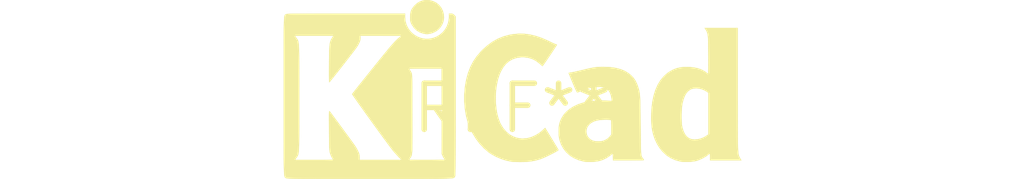
<source format=kicad_pcb>
(kicad_pcb (version 20240108) (generator pcbnew)
  (layers (0 "F.Cu" signal) (31 "B.Cu" signal) (34 "B.Paste" user) (35 "F.Paste" user) (36 "B.SilkS" user "B.Silkscreen") (37 "F.SilkS" user "F.Silkscreen") (38 "B.Mask" user) (39 "F.Mask" user) (44 "Edge.Cuts" user))
  (net 0 "")
  (footprint "KiCad-Logo_5mm_SilkScreen" (layer "F.Cu") (at 0 0)
    (property "Reference" "REF**")
    (property "Value" "KiCad-Logo_5mm_SilkScreen")
    (fp_poly (pts (xy -2.273043 -2.973429) (xy -2.176768 -2.949191) (xy -2.090184 -2.906359) (xy -2.015373 -2.846581) (xy -1.954418 -2.771506) (xy -1.909399 -2.68278) (xy -1.883136 -2.58647) (xy -1.877286 -2.489205) (xy -1.89214 -2.395346) (xy -1.92584 -2.307489) (xy -1.976528 -2.22823) (xy -2.042345 -2.160164) (xy -2.121434 -2.105888) (xy -2.211934 -2.067998) (xy -2.2632 -2.055574) (xy -2.307698 -2.048053) (xy -2.341999 -2.045081) (xy -2.37496 -2.046906) (xy -2.415434 -2.053775) (xy -2.448531 -2.06075) (xy -2.541947 -2.092259) (xy -2.625619 -2.143383) (xy -2.697665 -2.212571) (xy -2.7562 -2.298272) (xy -2.770148 -2.325511) (xy -2.786586 -2.361878) (xy -2.796894 -2.392418) (xy -2.80246 -2.42455) (xy -2.804669 -2.465693) (xy -2.804948 -2.511778) (xy -2.800861 -2.596135) (xy -2.787446 -2.665414) (xy -2.762256 -2.726039) (xy -2.722846 -2.784433) (xy -2.684298 -2.828698) (xy -2.612406 -2.894516) (xy -2.537313 -2.939947) (xy -2.454562 -2.96715) (xy -2.376928 -2.977424) (xy -2.273043 -2.973429)) (layer "F.SilkS") (stroke (width 0.01)) (fill solid))
    (fp_poly (pts (xy 0.328429 -2.050929) (xy 0.48857 -2.029755) (xy 0.65251 -1.989615) (xy 0.822313 -1.930111) (xy 1.000043 -1.850846) (xy 1.01131 -1.845301) (xy 1.069005 -1.817275) (xy 1.120552 -1.793198) (xy 1.162191 -1.774751) (xy 1.190162 -1.763614) (xy 1.199733 -1.761067) (xy 1.21895 -1.756059) (xy 1.223561 -1.751853) (xy 1.218458 -1.74142) (xy 1.202418 -1.715132) (xy 1.177288 -1.675743) (xy 1.144914 -1.626009) (xy 1.107143 -1.568685) (xy 1.065822 -1.506524) (xy 1.022798 -1.442282) (xy 0.979917 -1.378715) (xy 0.939026 -1.318575) (xy 0.901971 -1.26462) (xy 0.8706 -1.219603) (xy 0.846759 -1.186279) (xy 0.832294 -1.167403) (xy 0.830309 -1.165213) (xy 0.820191 -1.169862) (xy 0.79785 -1.187038) (xy 0.76728 -1.21356) (xy 0.751536 -1.228036) (xy 0.655047 -1.303318) (xy 0.548336 -1.358759) (xy 0.432832 -1.393859) (xy 0.309962 -1.40812) (xy 0.240561 -1.406949) (xy 0.119423 -1.389788) (xy 0.010205 -1.353906) (xy -0.087418 -1.299041) (xy -0.173772 -1.22493) (xy -0.249185 -1.131312) (xy -0.313982 -1.017924) (xy -0.351399 -0.931333) (xy -0.395252 -0.795634) (xy -0.427572 -0.64815) (xy -0.448443 -0.492686) (xy -0.457949 -0.333044) (xy -0.456173 -0.173027) (xy -0.443197 -0.016439) (xy -0.419106 0.132918) (xy -0.383982 0.27124) (xy -0.337908 0.394724) (xy -0.321627 0.428978) (xy -0.25338 0.543064) (xy -0.172921 0.639557) (xy -0.08143 0.71767) (xy 0.019911 0.776617) (xy 0.12992 0.815612) (xy 0.247415 0.833868) (xy 0.288883 0.835211) (xy 0.410441 0.82429) (xy 0.530878 0.791474) (xy 0.648666 0.737439) (xy 0.762277 0.662865) (xy 0.853685 0.584539) (xy 0.900215 0.540008) (xy 1.081483 0.837271) (xy 1.12658 0.911433) (xy 1.167819 0.979646) (xy 1.203735 1.039459) (xy 1.232866 1.08842) (xy 1.25375 1.124079) (xy 1.264924 1.143984) (xy 1.266375 1.147079) (xy 1.258146 1.156718) (xy 1.232567 1.173999) (xy 1.192873 1.197283) (xy 1.142297 1.224934) (xy 1.084074 1.255315) (xy 1.021437 1.28679) (xy 0.957621 1.317722) (xy 0.89586 1.346473) (xy 0.839388 1.371408) (xy 0.791438 1.390889) (xy 0.767986 1.399318) (xy 0.634221 1.437133) (xy 0.496327 1.462136) (xy 0.348622 1.47514) (xy 0.221833 1.477468) (xy 0.153878 1.476373) (xy 0.088277 1.474275) (xy 0.030847 1.471434) (xy -0.012597 1.468106) (xy -0.026702 1.466422) (xy -0.165716 1.437587) (xy -0.307243 1.392468) (xy -0.444725 1.33375) (xy -0.571606 1.26412) (xy -0.649111 1.211441) (xy -0.776519 1.103239) (xy -0.894822 0.976671) (xy -1.001828 0.834866) (xy -1.095348 0.680951) (xy -1.17319 0.518053) (xy -1.217044 0.400756) (xy -1.267292 0.217128) (xy -1.300791 0.022581) (xy -1.317551 -0.178675) (xy -1.317584 -0.382432) (xy -1.300899 -0.584479) (xy -1.267507 -0.780608) (xy -1.21742 -0.966609) (xy -1.213603 -0.978197) (xy -1.150719 -1.14025) (xy -1.073972 -1.288168) (xy -0.980758 -1.426135) (xy -0.868473 -1.558339) (xy -0.824608 -1.603601) (xy -0.688466 -1.727543) (xy -0.548509 -1.830085) (xy -0.402589 -1.912344) (xy -0.248558 -1.975436) (xy -0.084268 -2.020477) (xy 0.011289 -2.037967) (xy 0.170023 -2.053534) (xy 0.328429 -2.050929)) (layer "F.SilkS") (stroke (width 0.01)) (fill solid))
    (fp_poly (pts (xy 6.186507 -0.527755) (xy 6.186526 -0.293338) (xy 6.186552 -0.080397) (xy 6.186625 0.112168) (xy 6.186782 0.285459) (xy 6.187064 0.440576) (xy 6.187509 0.57862) (xy 6.188156 0.700692) (xy 6.189045 0.807894) (xy 6.190213 0.901326) (xy 6.191701 0.98209) (xy 6.193546 1.051286) (xy 6.195789 1.110015) (xy 6.198469 1.159379) (xy 6.201623 1.200478) (xy 6.205292 1.234413) (xy 6.209513 1.262286) (xy 6.214327 1.285198) (xy 6.219773 1.304249) (xy 6.225888 1.32054) (xy 6.232712 1.335173) (xy 6.240285 1.349249) (xy 6.248645 1.363868) (xy 6.253839 1.372974) (xy 6.288104 1.433689) (xy 5.429955 1.433689) (xy 5.429955 1.337733) (xy 5.429224 1.29437) (xy 5.427272 1.261205) (xy 5.424463 1.243424) (xy 5.423221 1.241778) (xy 5.411799 1.248662) (xy 5.389084 1.266505) (xy 5.366385 1.285879) (xy 5.3118 1.326614) (xy 5.242321 1.367617) (xy 5.16527 1.405123) (xy 5.087965 1.435364) (xy 5.057113 1.445012) (xy 4.988616 1.459578) (xy 4.905764 1.469539) (xy 4.816371 1.474583) (xy 4.728248 1.474396) (xy 4.649207 1.468666) (xy 4.611511 1.462858) (xy 4.473414 1.424797) (xy 4.346113 1.367073) (xy 4.230292 1.290211) (xy 4.126637 1.194739) (xy 4.035833 1.081179) (xy 3.969031 0.970381) (xy 3.914164 0.853625) (xy 3.872163 0.734276) (xy 3.842167 0.608283) (xy 3.823311 0.471594) (xy 3.814732 0.320158) (xy 3.814006 0.242711) (xy 3.8161 0.185934) (xy 4.645217 0.185934) (xy 4.645424 0.279002) (xy 4.648337 0.366692) (xy 4.654 0.443772) (xy 4.662455 0.505009) (xy 4.665038 0.51735) (xy 4.69684 0.624633) (xy 4.738498 0.711658) (xy 4.790363 0.778642) (xy 4.852781 0.825805) (xy 4.9261 0.853365) (xy 5.010669 0.861541) (xy 5.106835 0.850551) (xy 5.170311 0.834829) (xy 5.219454 0.816639) (xy 5.273583 0.790791) (xy 5.314244 0.767089) (xy 5.3848 0.720721) (xy 5.3848 -0.42947) (xy 5.317392 -0.473038) (xy 5.238867 -0.51396) (xy 5.154681 -0.540611) (xy 5.069557 -0.552535) (xy 4.988216 -0.549278) (xy 4.91538 -0.530385) (xy 4.883426 -0.514816) (xy 4.825501 -0.471819) (xy 4.776544 -0.415047) (xy 4.73539 -0.342425) (xy 4.700874 -0.251879) (xy 4.671833 -0.141334) (xy 4.670552 -0.135467) (xy 4.660381 -0.073212) (xy 4.652739 0.004594) (xy 4.64767 0.09272) (xy 4.645217 0.185934) (xy 3.8161 0.185934) (xy 3.821857 0.029895) (xy 3.843802 -0.165941) (xy 3.879786 -0.344668) (xy 3.929759 -0.506155) (xy 3.993668 -0.650274) (xy 4.071462 -0.776894) (xy 4.163089 -0.885885) (xy 4.268497 -0.977117) (xy 4.313662 -1.008068) (xy 4.414611 -1.064215) (xy 4.517901 -1.103826) (xy 4.627989 -1.127986) (xy 4.74933 -1.137781) (xy 4.841836 -1.136735) (xy 4.97149 -1.125769) (xy 5.084084 -1.103954) (xy 5.182875 -1.070286) (xy 5.271121 -1.023764) (xy 5.319986 -0.989552) (xy 5.349353 -0.967638) (xy 5.371043 -0.952667) (xy 5.379253 -0.948267) (xy 5.380868 -0.959096) (xy 5.382159 -0.989749) (xy 5.383138 -1.037474) (xy 5.383817 -1.099521) (xy 5.38421 -1.173138) (xy 5.38433 -1.255573) (xy 5.384188 -1.344075) (xy 5.383797 -1.435893) (xy 5.383171 -1.528276) (xy 5.38232 -1.618472) (xy 5.38126 -1.703729) (xy 5.380001 -1.781297) (xy 5.378556 -1.848424) (xy 5.376938 -1.902359) (xy 5.375161 -1.94035) (xy 5.374669 -1.947333) (xy 5.367092 -2.017749) (xy 5.355531 -2.072898) (xy 5.337792 -2.120019) (xy 5.311682 -2.166353) (xy 5.305415 -2.175933) (xy 5.280983 -2.212622) (xy 6.186311 -2.212622) (xy 6.186507 -0.527755)) (layer "F.SilkS") (stroke (width 0.01)) (fill solid))
    (fp_poly (pts (xy 2.673574 -1.133448) (xy 2.825492 -1.113433) (xy 2.960756 -1.079798) (xy 3.080239 -1.032275) (xy 3.184815 -0.970595) (xy 3.262424 -0.907035) (xy 3.331265 -0.832901) (xy 3.385006 -0.753129) (xy 3.42791 -0.660909) (xy 3.443384 -0.617839) (xy 3.456244 -0.578858) (xy 3.467446 -0.542711) (xy 3.47712 -0.507566) (xy 3.485396 -0.47159) (xy 3.492403 -0.43295) (xy 3.498272 -0.389815) (xy 3.503131 -0.340351) (xy 3.50711 -0.282727) (xy 3.51034 -0.215109) (xy 3.512949 -0.135666) (xy 3.515067 -0.042564) (xy 3.516824 0.066027) (xy 3.518349 0.191942) (xy 3.519772 0.337012) (xy 3.521025 0.479778) (xy 3.522351 0.635968) (xy 3.523556 0.771239) (xy 3.524766 0.887246) (xy 3.526106 0.985645) (xy 3.5277 1.068093) (xy 3.529675 1.136246) (xy 3.532156 1.19176) (xy 3.535269 1.236292) (xy 3.539138 1.271498) (xy 3.543889 1.299034) (xy 3.549648 1.320556) (xy 3.556539 1.337722) (xy 3.564689 1.352186) (xy 3.574223 1.365606) (xy 3.585266 1.379638) (xy 3.589566 1.385071) (xy 3.605386 1.40791) (xy 3.612422 1.423463) (xy 3.612444 1.423922) (xy 3.601567 1.426121) (xy 3.570582 1.428147) (xy 3.521957 1.429942) (xy 3.458163 1.431451) (xy 3.381669 1.432616) (xy 3.294944 1.43338) (xy 3.200457 1.433686) (xy 3.18955 1.433689) (xy 2.766657 1.433689) (xy 2.763395 1.337622) (xy 2.760133 1.241556) (xy 2.698044 1.292543) (xy 2.600714 1.360057) (xy 2.490813 1.414749) (xy 2.404349 1.444978) (xy 2.335278 1.459666) (xy 2.251925 1.469659) (xy 2.162159 1.474646) (xy 2.073845 1.474313) (xy 1.994851 1.468351) (xy 1.958622 1.462638) (xy 1.818603 1.424776) (xy 1.692178 1.369932) (xy 1.58026 1.298924) (xy 1.483762 1.212568) (xy 1.4036 1.111679) (xy 1.340687 0.997076) (xy 1.296312 0.870984) (xy 1.283978 0.814401) (xy 1.276368 0.752202) (xy 1.272739 0.677363) (xy 1.272245 0.643467) (xy 1.27231 0.640282) (xy 2.032248 0.640282) (xy 2.041541 0.715333) (xy 2.069728 0.77916) (xy 2.118197 0.834798) (xy 2.123254 0.839211) (xy 2.171548 0.874037) (xy 2.223257 0.89662) (xy 2.283989 0.90854) (xy 2.359352 0.911383) (xy 2.377459 0.910978) (xy 2.431278 0.908325) (xy 2.471308 0.902909) (xy 2.506324 0.892745) (xy 2.545103 0.87585) (xy 2.555745 0.870672) (xy 2.616396 0.834844) (xy 2.663215 0.792212) (xy 2.675952 0.776973) (xy 2.720622 0.720462) (xy 2.720622 0.524586) (xy 2.720086 0.445939) (xy 2.718396 0.387988) (xy 2.715428 0.348875) (xy 2.711057 0.326741) (xy 2.706972 0.320274) (xy 2.691047 0.317111) (xy 2.657264 0.314488) (xy 2.61034 0.312655) (xy 2.554993 0.311857) (xy 2.546106 0.311842) (xy 2.42533 0.317096) (xy 2.32266 0.333263) (xy 2.236106 0.360961) (xy 2.163681 0.400808) (xy 2.108751 0.447758) (xy 2.064204 0.505645) (xy 2.03948 0.568693) (xy 2.032248 0.640282) (xy 1.27231 0.640282) (xy 1.274178 0.549712) (xy 1.282522 0.470812) (xy 1.298768 0.39959) (xy 1.324405 0.328864) (xy 1.348401 0.276493) (xy 1.40702 0.181196) (xy 1.485117 0.09317) (xy 1.580315 0.014017) (xy 1.690238 -0.05466) (xy 1.81251 -0.111259) (xy 1.944755 -0.154179) (xy 2.009422 -0.169118) (xy 2.145604 -0.191223) (xy 2.294049 -0.205806) (xy 2.445505 -0.212187) (xy 2.572064 -0.210555) (xy 2.73395 -0.203776) (xy 2.72653 -0.262755) (xy 2.707238 -0.361908) (xy 2.676104 -0.442628) (xy 2.632269 -0.505534) (xy 2.574871 -0.551244) (xy 2.503048 -0.580378) (xy 2.415941 -0.593553) (xy 2.312686 -0.591389) (xy 2.274711 -0.587388) (xy 2.13352 -0.56222) (xy 1.996707 -0.521186) (xy 1.902178 -0.483185) (xy 1.857018 -0.46381) (xy 1.818585 -0.44824) (xy 1.792234 -0.438595) (xy 1.784546 -0.436548) (xy 1.774802 -0.445626) (xy 1.758083 -0.474595) (xy 1.734232 -0.523783) (xy 1.703093 -0.593516) (xy 1.664507 -0.684121) (xy 1.65791 -0.699911) (xy 1.627853 -0.772228) (xy 1.600874 -0.837575) (xy 1.578136 -0.893094) (xy 1.560806 -0.935928) (xy 1.550048 -0.963219) (xy 1.546941 -0.972058) (xy 1.55694 -0.976813) (xy 1.583217 -0.98209) (xy 1.611489 -0.985769) (xy 1.641646 -0.990526) (xy 1.689433 -0.999972) (xy 1.750612 -1.01318) (xy 1.820946 -1.029224) (xy 1.896194 -1.04718) (xy 1.924755 -1.054203) (xy 2.029816 -1.079791) (xy 2.11748 -1.099853) (xy 2.192068 -1.115031) (xy 2.257903 -1.125965) (xy 2.319307 -1.133296) (xy 2.380602 -1.137665) (xy 2.44611 -1.139713) (xy 2.504128 -1.140111) (xy 2.673574 -1.133448)) (layer "F.SilkS") (stroke (width 0.01)) (fill solid))
    (fp_poly (pts (xy -2.9464 -2.510946) (xy -2.935535 -2.397007) (xy -2.903918 -2.289384) (xy -2.853015 -2.190385) (xy -2.784293 -2.102316) (xy -2.699219 -2.027484) (xy -2.602232 -1.969616) (xy -2.495964 -1.929995) (xy -2.38895 -1.911427) (xy -2.2833 -1.912566) (xy -2.181125 -1.93207) (xy -2.084534 -1.968594) (xy -1.995638 -2.020795) (xy -1.916546 -2.087327) (xy -1.849369 -2.166848) (xy -1.796217 -2.258013) (xy -1.759199 -2.359477) (xy -1.740427 -2.469898) (xy -1.738489 -2.519794) (xy -1.738489 -2.607733) (xy -1.68656 -2.607733) (xy -1.650253 -2.604889) (xy -1.623355 -2.593089) (xy -1.596249 -2.569351) (xy -1.557867 -2.530969) (xy -1.557867 -0.339398) (xy -1.557876 -0.077261) (xy -1.557908 0.163241) (xy -1.557972 0.383048) (xy -1.558076 0.583101) (xy -1.558227 0.764344) (xy -1.558434 0.927716) (xy -1.558706 1.07416) (xy -1.55905 1.204617) (xy -1.559474 1.320029) (xy -1.559987 1.421338) (xy -1.560597 1.509484) (xy -1.561312 1.58541) (xy -1.56214 1.650057) (xy -1.563089 1.704367) (xy -1.564167 1.74928) (xy -1.565383 1.78574) (xy -1.566745 1.814687) (xy -1.568261 1.837063) (xy -1.569938 1.853809) (xy -1.571786 1.865868) (xy -1.573813 1.87418) (xy -1.576025 1.879687) (xy -1.577108 1.881537) (xy -1.581271 1.888549) (xy -1.584805 1.894996) (xy -1.588635 1.9009) (xy -1.593682 1.906286) (xy -1.600871 1.911178) (xy -1.611123 1.915598) (xy -1.625364 1.919572) (xy -1.644514 1.923121) (xy -1.669499 1.92627) (xy -1.70124 1.929042) (xy -1.740662 1.931461) (xy -1.788686 1.933551) (xy -1.846237 1.935335) (xy -1.914237 1.936837) (xy -1.99361 1.93808) (xy -2.085279 1.939089) (xy -2.190166 1.939885) (xy -2.309196 1.940494) (xy -2.44329 1.940939) (xy -2.593373 1.941243) (xy -2.760367 1.94143) (xy -2.945196 1.941524) (xy -3.148783 1.941548) (xy -3.37205 1.941525) (xy -3.615922 1.94148) (xy -3.881321 1.941437) (xy -3.919704 1.941432) (xy -4.186682 1.941389) (xy -4.432002 1.941318) (xy -4.656583 1.941213) (xy -4.861345 1.941066) (xy -5.047206 1.940869) (xy -5.215088 1.940616) (xy -5.365908 1.9403) (xy -5.500587 1.939913) (xy -5.620044 1.939447) (xy -5.725199 1.938897) (xy -5.816971 1.938253) (xy -5.896279 1.937511) (xy -5.964043 1.936661) (xy -6.021182 1.935697) (xy -6.068617 1.934611) (xy -6.107266 1.933397) (xy -6.138049 1.932047) (xy -6.161885 1.930555) (xy -6.179694 1.928911) (xy -6.192395 1.927111) (xy -6.200908 1.925145) (xy -6.205266 1.923477) (xy -6.213728 1.919906) (xy -6.221497 1.91727) (xy -6.228602 1.914634) (xy -6.235073 1.911062) (xy -6.240939 1.905621) (xy -6.246229 1.897375) (xy -6.250974 1.88539) (xy -6.255202 1.868731) (xy -6.258943 1.846463) (xy -6.262227 1.817652) (xy -6.265083 1.781363) (xy -6.26754 1.736661) (xy -6.269629 1.682611) (xy -6.271378 1.618279) (xy -6.272817 1.54273) (xy -6.273976 1.45503) (xy -6.274883 1.354243) (xy -6.275569 1.239434) (xy -6.276063 1.10967) (xy -6.276395 0.964015) (xy -6.276593 0.801535) (xy -6.276687 0.621295) (xy -6.276708 0.42236) (xy -6.276685 0.203796) (xy -6.276646 -0.035332) (xy -6.276622 -0.29596) (xy -6.276622 -0.338111) (xy -6.276636 -0.601008) (xy -6.276661 -0.842268) (xy -6.276671 -1.062835) (xy -6.276642 -1.263648) (xy -6.276548 -1.445651) (xy -6.276362 -1.609784) (xy -6.276059 -1.756989) (xy -6.275614 -1.888208) (xy -6.275034 -1.998133) (xy -5.972197 -1.998133) (xy -5.932407 -1.940289) (xy -5.921236 -1.924521) (xy -5.911166 -1.910559) (xy -5.902138 -1.897216) (xy -5.894097 -1.883307) (xy -5.886986 -1.867644) (xy -5.880747 -1.849042) (xy -5.875325 -1.826314) (xy -5.870662 -1.798273) (xy -5.866701 -1.763733) (xy -5.863385 -1.721508) (xy -5.860659 -1.670411) (xy -5.858464 -1.609256) (xy -5.856745 -1.536856) (xy -5.855444 -1.452025) (xy -5.854505 -1.353578) (xy -5.85387 -1.240326) (xy -5.853484 -1.111084) (xy -5.853288 -0.964666) (xy -5.853227 -0.799884) (xy -5.853243 -0.615553) (xy -5.85328 -0.410487) (xy -5.853289 -0.287867) (xy -5.853265 -0.070918) (xy -5.853231 0.124642) (xy -5.853243 0.299999) (xy -5.853358 0.456341) (xy -5.85363 0.594857) (xy -5.854118 0.716734) (xy -5.854876 0.82316) (xy -5.855962 0.915322) (xy -5.857431 0.994409) (xy -5.85934 1.061608) (xy -5.861744 1.118107) (xy -5.864701 1.165093) (xy -5.868266 1.203755) (xy -5.872495 1.23528) (xy -5.877446 1.260855) (xy -5.883173 1.28167) (xy -5.889733 1.298911) (xy -5.897183 1.313765) (xy -5.905579 1.327422) (xy -5.914976 1.341069) (xy -5.925432 1.355893) (xy -5.931523 1.364783) (xy -5.970296 1.4224) (xy -5.438732 1.4224) (xy -5.315483 1.422365) (xy -5.212987 1.422215) (xy -5.12942 1.421878) (xy -5.062956 1.421286) (xy -5.011771 1.420367) (xy -4.974041 1.419051) (xy -4.94794 1.417269) (xy -4.931644 1.414951) (xy -4.923328 1.412026) (xy -4.921168 1.408424) (xy -4.923339 1.404075) (xy -4.924535 1.402645) (xy -4.949685 1.365573) (xy -4.975583 1.312772) (xy -4.999192 1.25077) (xy -5.007461 1.224357) (xy -5.012078 1.206416) (xy -5.015979 1.185355) (xy -5.019248 1.159089) (xy -5.021966 1.125532) (xy -5.024215 1.082599) (xy -5.026077 1.028204) (xy -5.027636 0.960262) (xy -5.028972 0.876688) (xy -5.030169 0.775395) (xy -5.031308 0.6543) (xy -5.031685 0.6096) (xy -5.032702 0.484449) (xy -5.03346 0.380082) (xy -5.033903 0.294707) (xy -5.03397 0.226533) (xy -5.033605 0.173765) (xy -5.032748 0.134614) (xy -5.031341 0.107285) (xy -5.029325 0.089986) (xy -5.026643 0.080926) (xy -5.023236 0.078312) (xy -5.019044 0.080351) (xy -5.014571 0.084667) (xy -5.004216 0.097602) (xy -4.982158 0.126676) (xy -4.949957 0.169759) (xy -4.909174 0.224718) (xy -4.86137 0.289423) (xy -4.808105 0.361742) (xy -4.75094 0.439544) (xy -4.691437 0.520698) (xy -4.631155 0.603072) (xy -4.571655 0.684536) (xy -4.514498 0.762957) (xy -4.461245 0.836204) (xy -4.413457 0.902147) (xy -4.372693 0.958654) (xy -4.340516 1.003593) (xy -4.318485 1.034834) (xy -4.313917 1.041466) (xy -4.290996 1.078369) (xy -4.264188 1.126359) (xy -4.238789 1.175897) (xy -4.235568 1.182577) (xy -4.21389 1.230772) (xy -4.201304 1.268334) (xy -4.195574 1.30416) (xy -4.194456 1.3462) (xy -4.19509 1.4224) (xy -3.040651 1.4224) (xy -3.131815 1.328669) (xy -3.178612 1.278775) (xy -3.228899 1.222295) (xy -3.274944 1.168026) (xy -3.295369 1.142673) (xy -3.325807 1.103128) (xy -3.365862 1.049916) (xy -3.414361 0.984667) (xy -3.470135 0.909011) (xy -3.532011 0.824577) (xy -3.598819 0.732994) (xy -3.669387 0.635892) (xy -3.742545 0.534901) (xy -3.817121 0.43165) (xy -3.891944 0.327768) (xy -3.965843 0.224885) (xy -4.037646 0.124631) (xy -4.106184 0.028636) (xy -4.170284 -0.061473) (xy -4.228775 -0.144064) (xy -4.280486 -0.217508) (xy -4.324247 -0.280176) (xy -4.358885 -0.330439) (xy -4.38323 -0.366666) (xy -4.396111 -0.387229) (xy -4.397869 -0.391332) (xy -4.38991 -0.402658) (xy -4.369115 -0.429838) (xy -4.336847 -0.471171) (xy -4.29447 -0.524956) (xy -4.243347 -0.589494) (xy -4.184841 -0.663082) (xy -4.120314 -0.744022) (xy -4.051131 -0.830612) (xy -3.978653 -0.921152) (xy -3.904246 -1.01394) (xy -3.844517 -1.088298) (xy -2.833511 -1.088298) (xy -2.827602 -1.075341) (xy -2.813272 -1.053092) (xy -2.812225 -1.051609) (xy -2.793438 -1.021456) (xy -2.773791 -0.984625) (xy -2.769892 -0.976489) (xy -2.766356 -0.96806) (xy -2.76323 -0.957941) (xy -2.760486 -0.94474) (xy -2.758092 -0.927062) (xy -2.756019 -0.903516) (xy -2.754235 -0.872707) (xy -2.752712 -0.833243) (xy -2.751419 -0.783731) (xy -2.750326 -0.722777) (xy -2.749403 -0.648989) (xy -2.748619 -0.560972) (xy -2.747945 -0.457335) (xy -2.74735 -0.336684) (xy -2.746805 -0.197626) (xy -2.746279 -0.038768) (xy -2.745745 0.140089) (xy -2.745206 0.325207) (xy -2.744772 0.489145) (xy -2.744509 0.633303) (xy -2.744484 0.759079) (xy -2.744765 0.867871) (xy -2.745419 0.961077) (xy -2.746514 1.040097) (xy -2.748118 1.106328) (xy -2.750297 1.16117) (xy -2.753119 1.206021) (xy -2.756651 1.242278) (xy -2.760961 1.271341) (xy -2.766117 1.294609) (xy -2.772185 1.313479) (xy -2.779233 1.329351) (xy -2.787329 1.343622) (xy -2.79654 1.357691) (xy -2.80504 1.370158) (xy -2.822176 1.396452) (xy -2.832322 1.414037) (xy -2.833511 1.417257) (xy -2.822604 1.418334) (xy -2.791411 1.419335) (xy -2.742223 1.420235) (xy -2.677333 1.42101) (xy -2.59903 1.421637) (xy -2.509607 1.422091) (xy -2.411356 1.422349) (xy -2.342445 1.4224) (xy -2.237452 1.42218) (xy -2.14061 1.421548) (xy -2.054107 1.420549) (xy -1.980132 1.419227) (xy -1.920874 1.417626) (xy -1.87852 1.415791) (xy -1.85526 1.413765) (xy -1.851378 1.412493) (xy -1.859076 1.397591) (xy -1.867074 1.38956) (xy -1.880246 1.372434) (xy -1.897485 1.342183) (xy -1.909407 1.317622) (xy -1.936045 1.258711) (xy -1.93912 0.081845) (xy -1.942195 -1.095022) (xy -2.387853 -1.095022) (xy -2.48567 -1.094858) (xy -2.576064 -1.094389) (xy -2.65663 -1.093653) (xy -2.724962 -1.092684) (xy -2.778656 -1.09152) (xy -2.815305 -1.090197) (xy -2.832504 -1.088751) (xy -2.833511 -1.088298) (xy -3.844517 -1.088298) (xy -3.82927 -1.107278) (xy -3.75509 -1.199463) (xy -3.683069 -1.288796) (xy -3.614569 -1.373576) (xy -3.550955 -1.452102) (xy -3.493588 -1.522674) (xy -3.443833 -1.583591) (xy -3.403052 -1.633153) (xy -3.385888 -1.653822) (xy -3.299596 -1.754484) (xy -3.222997 -1.837741) (xy -3.154183 -1.905562) (xy -3.091248 -1.959911) (xy -3.081867 -1.967278) (xy -3.042356 -1.997883) (xy -4.174116 -1.998133) (xy -4.168827 -1.950156) (xy -4.17213 -1.892812) (xy -4.193661 -1.824537) (xy -4.233635 -1.744788) (xy -4.278943 -1.672505) (xy -4.295161 -1.64986) (xy -4.323214 -1.612304) (xy -4.36143 -1.561979) (xy -4.408137 -1.501027) (xy -4.461661 -1.431589) (xy -4.520331 -1.355806) (xy -4.582475 -1.27582) (xy -4.646421 -1.193772) (xy -4.710495 -1.111804) (xy -4.773027 -1.032057) (xy -4.832343 -0.956673) (xy -4.886771 -0.887793) (xy -4.934639 -0.827558) (xy -4.974275 -0.778111) (xy -5.004006 -0.741592) (xy -5.022161 -0.720142) (xy -5.02522 -0.716844) (xy -5.028079 -0.724851) (xy -5.030293 -0.755145) (xy -5.031857 -0.807444) (xy -5.032767 -0.881469) (xy -5.03302 -0.976937) (xy -5.032613 -1.093566) (xy -5.031704 -1.213555) (xy -5.030382 -1.345667) (xy -5.028857 -1.457406) (xy -5.026881 -1.550975) (xy -5.024206 -1.628581) (xy -5.020582 -1.692426) (xy -5.015761 -1.744717) (xy -5.009494 -1.787656) (xy -5.001532 -1.823449) (xy -4.991627 -1.8543) (xy -4.979531 -1.882414) (xy -4.964993 -1.909995) (xy -4.950311 -1.935034) (xy -4.912314 -1.998133) (xy -5.972197 -1.998133) (xy -6.275034 -1.998133) (xy -6.275001 -2.004383) (xy -6.274195 -2.106456) (xy -6.27317 -2.195367) (xy -6.2719 -2.272059) (xy -6.27036 -2.337473) (xy -6.268524 -2.392551) (xy -6.266367 -2.438235) (xy -6.263863 -2.475466) (xy -6.260987 -2.505187) (xy -6.257713 -2.528338) (xy -6.254015 -2.545861) (xy -6.249869 -2.558699) (xy -6.245247 -2.567792) (xy -6.240126 -2.574082) (xy -6.234478 -2.578512) (xy -6.228279 -2.582022) (xy -6.221504 -2.585555) (xy -6.215508 -2.589124) (xy -6.210275 -2.5917) (xy -6.202099 -2.594028) (xy -6.189886 -2.596122) (xy -6.172541 -2.597993) (xy -6.148969 -2.599653) (xy -6.118077 -2.601116) (xy -6.078768 -2.602392) (xy -6.02995 -2.603496) (xy -5.970527 -2.604439) (xy -5.899404 -2.605233) (xy -5.815488 -2.605891) (xy -5.717683 -2.606425) (xy -5.604894 -2.606847) (xy -5.476029 -2.607171) (xy -5.329991 -2.607408) (xy -5.165686 -2.60757) (xy -4.98202 -2.60767) (xy -4.777897 -2.60772) (xy -4.566753 -2.607733) (xy -2.9464 -2.607733) (xy -2.9464 -2.510946)) (layer "F.SilkS") (stroke (width 0.01)) (fill solid))
  )
)
</source>
